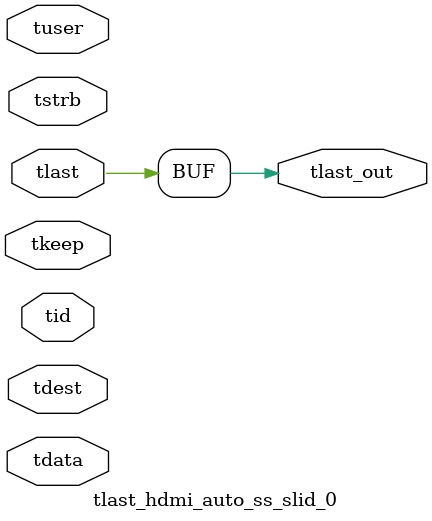
<source format=v>


`timescale 1ps/1ps

module tlast_hdmi_auto_ss_slid_0 #
(
parameter C_S_AXIS_TID_WIDTH   = 1,
parameter C_S_AXIS_TUSER_WIDTH = 0,
parameter C_S_AXIS_TDATA_WIDTH = 0,
parameter C_S_AXIS_TDEST_WIDTH = 0
)
(
input  [(C_S_AXIS_TID_WIDTH   == 0 ? 1 : C_S_AXIS_TID_WIDTH)-1:0       ] tid,
input  [(C_S_AXIS_TDATA_WIDTH == 0 ? 1 : C_S_AXIS_TDATA_WIDTH)-1:0     ] tdata,
input  [(C_S_AXIS_TUSER_WIDTH == 0 ? 1 : C_S_AXIS_TUSER_WIDTH)-1:0     ] tuser,
input  [(C_S_AXIS_TDEST_WIDTH == 0 ? 1 : C_S_AXIS_TDEST_WIDTH)-1:0     ] tdest,
input  [(C_S_AXIS_TDATA_WIDTH/8)-1:0 ] tkeep,
input  [(C_S_AXIS_TDATA_WIDTH/8)-1:0 ] tstrb,
input  [0:0]                                                             tlast,
output                                                                   tlast_out
);

assign tlast_out = {tlast};

endmodule


</source>
